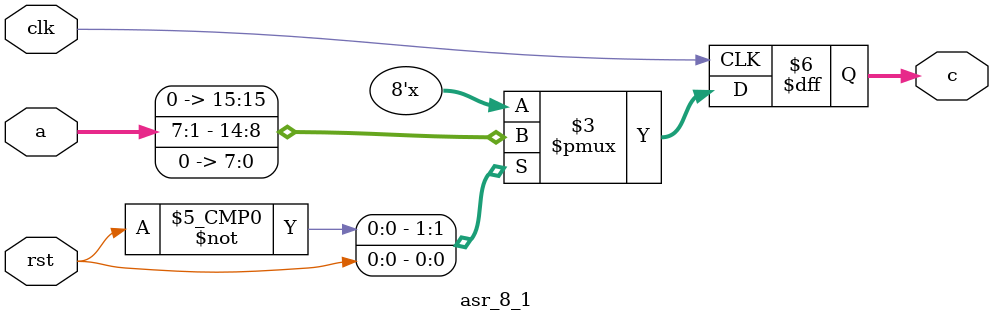
<source format=v>
module asr_8_1(
    a,
    c,
    clk,
    rst
);

input [7:0] a;
input clk, rst;
output [7:0] c;

always @ ( posedge clk )
begin
    case(rst)
        0: c = a >>> 1;
        1: c = 0;
    endcase
end
endmodule

</source>
